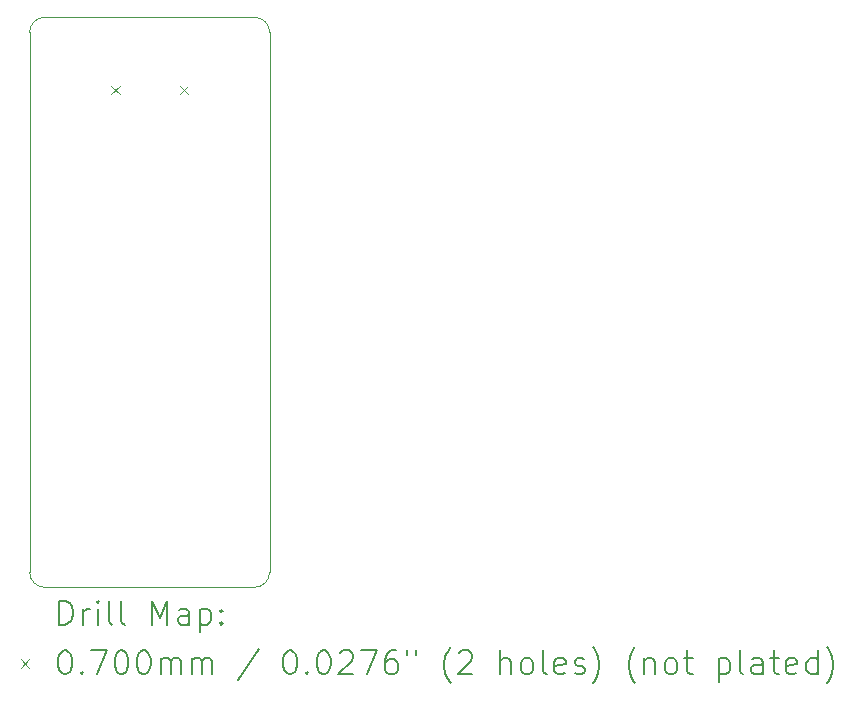
<source format=gbr>
%FSLAX45Y45*%
G04 Gerber Fmt 4.5, Leading zero omitted, Abs format (unit mm)*
G04 Created by KiCad (PCBNEW (6.0.4)) date 2022-04-25 16:49:30*
%MOMM*%
%LPD*%
G01*
G04 APERTURE LIST*
%TA.AperFunction,Profile*%
%ADD10C,0.100000*%
%TD*%
%ADD11C,0.200000*%
%ADD12C,0.070000*%
G04 APERTURE END LIST*
D10*
X13802000Y-2676000D02*
G75*
G03*
X13675000Y-2803000I0J-127000D01*
G01*
X15707000Y-2803000D02*
G75*
G03*
X15580000Y-2676000I-127000J0D01*
G01*
X13675000Y-2803000D02*
X13675000Y-7375000D01*
X15707000Y-7375000D02*
X15707000Y-2803000D01*
X15580000Y-2676000D02*
X13802000Y-2676000D01*
X15580000Y-7502000D02*
G75*
G03*
X15707000Y-7375000I0J127000D01*
G01*
X13675000Y-7375000D02*
G75*
G03*
X13802000Y-7502000I127000J0D01*
G01*
X13802000Y-7502000D02*
X15580000Y-7502000D01*
D11*
D12*
X14367000Y-3260000D02*
X14437000Y-3330000D01*
X14437000Y-3260000D02*
X14367000Y-3330000D01*
X14945000Y-3260000D02*
X15015000Y-3330000D01*
X15015000Y-3260000D02*
X14945000Y-3330000D01*
D11*
X13927619Y-7817476D02*
X13927619Y-7617476D01*
X13975238Y-7617476D01*
X14003809Y-7627000D01*
X14022857Y-7646048D01*
X14032381Y-7665095D01*
X14041905Y-7703190D01*
X14041905Y-7731762D01*
X14032381Y-7769857D01*
X14022857Y-7788905D01*
X14003809Y-7807952D01*
X13975238Y-7817476D01*
X13927619Y-7817476D01*
X14127619Y-7817476D02*
X14127619Y-7684143D01*
X14127619Y-7722238D02*
X14137143Y-7703190D01*
X14146667Y-7693667D01*
X14165714Y-7684143D01*
X14184762Y-7684143D01*
X14251428Y-7817476D02*
X14251428Y-7684143D01*
X14251428Y-7617476D02*
X14241905Y-7627000D01*
X14251428Y-7636524D01*
X14260952Y-7627000D01*
X14251428Y-7617476D01*
X14251428Y-7636524D01*
X14375238Y-7817476D02*
X14356190Y-7807952D01*
X14346667Y-7788905D01*
X14346667Y-7617476D01*
X14480000Y-7817476D02*
X14460952Y-7807952D01*
X14451428Y-7788905D01*
X14451428Y-7617476D01*
X14708571Y-7817476D02*
X14708571Y-7617476D01*
X14775238Y-7760333D01*
X14841905Y-7617476D01*
X14841905Y-7817476D01*
X15022857Y-7817476D02*
X15022857Y-7712714D01*
X15013333Y-7693667D01*
X14994286Y-7684143D01*
X14956190Y-7684143D01*
X14937143Y-7693667D01*
X15022857Y-7807952D02*
X15003809Y-7817476D01*
X14956190Y-7817476D01*
X14937143Y-7807952D01*
X14927619Y-7788905D01*
X14927619Y-7769857D01*
X14937143Y-7750809D01*
X14956190Y-7741286D01*
X15003809Y-7741286D01*
X15022857Y-7731762D01*
X15118095Y-7684143D02*
X15118095Y-7884143D01*
X15118095Y-7693667D02*
X15137143Y-7684143D01*
X15175238Y-7684143D01*
X15194286Y-7693667D01*
X15203809Y-7703190D01*
X15213333Y-7722238D01*
X15213333Y-7779381D01*
X15203809Y-7798428D01*
X15194286Y-7807952D01*
X15175238Y-7817476D01*
X15137143Y-7817476D01*
X15118095Y-7807952D01*
X15299048Y-7798428D02*
X15308571Y-7807952D01*
X15299048Y-7817476D01*
X15289524Y-7807952D01*
X15299048Y-7798428D01*
X15299048Y-7817476D01*
X15299048Y-7693667D02*
X15308571Y-7703190D01*
X15299048Y-7712714D01*
X15289524Y-7703190D01*
X15299048Y-7693667D01*
X15299048Y-7712714D01*
D12*
X13600000Y-8112000D02*
X13670000Y-8182000D01*
X13670000Y-8112000D02*
X13600000Y-8182000D01*
D11*
X13965714Y-8037476D02*
X13984762Y-8037476D01*
X14003809Y-8047000D01*
X14013333Y-8056524D01*
X14022857Y-8075571D01*
X14032381Y-8113667D01*
X14032381Y-8161286D01*
X14022857Y-8199381D01*
X14013333Y-8218428D01*
X14003809Y-8227952D01*
X13984762Y-8237476D01*
X13965714Y-8237476D01*
X13946667Y-8227952D01*
X13937143Y-8218428D01*
X13927619Y-8199381D01*
X13918095Y-8161286D01*
X13918095Y-8113667D01*
X13927619Y-8075571D01*
X13937143Y-8056524D01*
X13946667Y-8047000D01*
X13965714Y-8037476D01*
X14118095Y-8218428D02*
X14127619Y-8227952D01*
X14118095Y-8237476D01*
X14108571Y-8227952D01*
X14118095Y-8218428D01*
X14118095Y-8237476D01*
X14194286Y-8037476D02*
X14327619Y-8037476D01*
X14241905Y-8237476D01*
X14441905Y-8037476D02*
X14460952Y-8037476D01*
X14480000Y-8047000D01*
X14489524Y-8056524D01*
X14499048Y-8075571D01*
X14508571Y-8113667D01*
X14508571Y-8161286D01*
X14499048Y-8199381D01*
X14489524Y-8218428D01*
X14480000Y-8227952D01*
X14460952Y-8237476D01*
X14441905Y-8237476D01*
X14422857Y-8227952D01*
X14413333Y-8218428D01*
X14403809Y-8199381D01*
X14394286Y-8161286D01*
X14394286Y-8113667D01*
X14403809Y-8075571D01*
X14413333Y-8056524D01*
X14422857Y-8047000D01*
X14441905Y-8037476D01*
X14632381Y-8037476D02*
X14651428Y-8037476D01*
X14670476Y-8047000D01*
X14680000Y-8056524D01*
X14689524Y-8075571D01*
X14699048Y-8113667D01*
X14699048Y-8161286D01*
X14689524Y-8199381D01*
X14680000Y-8218428D01*
X14670476Y-8227952D01*
X14651428Y-8237476D01*
X14632381Y-8237476D01*
X14613333Y-8227952D01*
X14603809Y-8218428D01*
X14594286Y-8199381D01*
X14584762Y-8161286D01*
X14584762Y-8113667D01*
X14594286Y-8075571D01*
X14603809Y-8056524D01*
X14613333Y-8047000D01*
X14632381Y-8037476D01*
X14784762Y-8237476D02*
X14784762Y-8104143D01*
X14784762Y-8123190D02*
X14794286Y-8113667D01*
X14813333Y-8104143D01*
X14841905Y-8104143D01*
X14860952Y-8113667D01*
X14870476Y-8132714D01*
X14870476Y-8237476D01*
X14870476Y-8132714D02*
X14880000Y-8113667D01*
X14899048Y-8104143D01*
X14927619Y-8104143D01*
X14946667Y-8113667D01*
X14956190Y-8132714D01*
X14956190Y-8237476D01*
X15051428Y-8237476D02*
X15051428Y-8104143D01*
X15051428Y-8123190D02*
X15060952Y-8113667D01*
X15080000Y-8104143D01*
X15108571Y-8104143D01*
X15127619Y-8113667D01*
X15137143Y-8132714D01*
X15137143Y-8237476D01*
X15137143Y-8132714D02*
X15146667Y-8113667D01*
X15165714Y-8104143D01*
X15194286Y-8104143D01*
X15213333Y-8113667D01*
X15222857Y-8132714D01*
X15222857Y-8237476D01*
X15613333Y-8027952D02*
X15441905Y-8285095D01*
X15870476Y-8037476D02*
X15889524Y-8037476D01*
X15908571Y-8047000D01*
X15918095Y-8056524D01*
X15927619Y-8075571D01*
X15937143Y-8113667D01*
X15937143Y-8161286D01*
X15927619Y-8199381D01*
X15918095Y-8218428D01*
X15908571Y-8227952D01*
X15889524Y-8237476D01*
X15870476Y-8237476D01*
X15851428Y-8227952D01*
X15841905Y-8218428D01*
X15832381Y-8199381D01*
X15822857Y-8161286D01*
X15822857Y-8113667D01*
X15832381Y-8075571D01*
X15841905Y-8056524D01*
X15851428Y-8047000D01*
X15870476Y-8037476D01*
X16022857Y-8218428D02*
X16032381Y-8227952D01*
X16022857Y-8237476D01*
X16013333Y-8227952D01*
X16022857Y-8218428D01*
X16022857Y-8237476D01*
X16156190Y-8037476D02*
X16175238Y-8037476D01*
X16194286Y-8047000D01*
X16203809Y-8056524D01*
X16213333Y-8075571D01*
X16222857Y-8113667D01*
X16222857Y-8161286D01*
X16213333Y-8199381D01*
X16203809Y-8218428D01*
X16194286Y-8227952D01*
X16175238Y-8237476D01*
X16156190Y-8237476D01*
X16137143Y-8227952D01*
X16127619Y-8218428D01*
X16118095Y-8199381D01*
X16108571Y-8161286D01*
X16108571Y-8113667D01*
X16118095Y-8075571D01*
X16127619Y-8056524D01*
X16137143Y-8047000D01*
X16156190Y-8037476D01*
X16299048Y-8056524D02*
X16308571Y-8047000D01*
X16327619Y-8037476D01*
X16375238Y-8037476D01*
X16394286Y-8047000D01*
X16403809Y-8056524D01*
X16413333Y-8075571D01*
X16413333Y-8094619D01*
X16403809Y-8123190D01*
X16289524Y-8237476D01*
X16413333Y-8237476D01*
X16480000Y-8037476D02*
X16613333Y-8037476D01*
X16527619Y-8237476D01*
X16775238Y-8037476D02*
X16737143Y-8037476D01*
X16718095Y-8047000D01*
X16708571Y-8056524D01*
X16689524Y-8085095D01*
X16680000Y-8123190D01*
X16680000Y-8199381D01*
X16689524Y-8218428D01*
X16699048Y-8227952D01*
X16718095Y-8237476D01*
X16756190Y-8237476D01*
X16775238Y-8227952D01*
X16784762Y-8218428D01*
X16794286Y-8199381D01*
X16794286Y-8151762D01*
X16784762Y-8132714D01*
X16775238Y-8123190D01*
X16756190Y-8113667D01*
X16718095Y-8113667D01*
X16699048Y-8123190D01*
X16689524Y-8132714D01*
X16680000Y-8151762D01*
X16870476Y-8037476D02*
X16870476Y-8075571D01*
X16946667Y-8037476D02*
X16946667Y-8075571D01*
X17241905Y-8313667D02*
X17232381Y-8304143D01*
X17213333Y-8275571D01*
X17203810Y-8256524D01*
X17194286Y-8227952D01*
X17184762Y-8180333D01*
X17184762Y-8142238D01*
X17194286Y-8094619D01*
X17203810Y-8066048D01*
X17213333Y-8047000D01*
X17232381Y-8018428D01*
X17241905Y-8008905D01*
X17308571Y-8056524D02*
X17318095Y-8047000D01*
X17337143Y-8037476D01*
X17384762Y-8037476D01*
X17403810Y-8047000D01*
X17413333Y-8056524D01*
X17422857Y-8075571D01*
X17422857Y-8094619D01*
X17413333Y-8123190D01*
X17299048Y-8237476D01*
X17422857Y-8237476D01*
X17660952Y-8237476D02*
X17660952Y-8037476D01*
X17746667Y-8237476D02*
X17746667Y-8132714D01*
X17737143Y-8113667D01*
X17718095Y-8104143D01*
X17689524Y-8104143D01*
X17670476Y-8113667D01*
X17660952Y-8123190D01*
X17870476Y-8237476D02*
X17851429Y-8227952D01*
X17841905Y-8218428D01*
X17832381Y-8199381D01*
X17832381Y-8142238D01*
X17841905Y-8123190D01*
X17851429Y-8113667D01*
X17870476Y-8104143D01*
X17899048Y-8104143D01*
X17918095Y-8113667D01*
X17927619Y-8123190D01*
X17937143Y-8142238D01*
X17937143Y-8199381D01*
X17927619Y-8218428D01*
X17918095Y-8227952D01*
X17899048Y-8237476D01*
X17870476Y-8237476D01*
X18051429Y-8237476D02*
X18032381Y-8227952D01*
X18022857Y-8208905D01*
X18022857Y-8037476D01*
X18203810Y-8227952D02*
X18184762Y-8237476D01*
X18146667Y-8237476D01*
X18127619Y-8227952D01*
X18118095Y-8208905D01*
X18118095Y-8132714D01*
X18127619Y-8113667D01*
X18146667Y-8104143D01*
X18184762Y-8104143D01*
X18203810Y-8113667D01*
X18213333Y-8132714D01*
X18213333Y-8151762D01*
X18118095Y-8170809D01*
X18289524Y-8227952D02*
X18308571Y-8237476D01*
X18346667Y-8237476D01*
X18365714Y-8227952D01*
X18375238Y-8208905D01*
X18375238Y-8199381D01*
X18365714Y-8180333D01*
X18346667Y-8170809D01*
X18318095Y-8170809D01*
X18299048Y-8161286D01*
X18289524Y-8142238D01*
X18289524Y-8132714D01*
X18299048Y-8113667D01*
X18318095Y-8104143D01*
X18346667Y-8104143D01*
X18365714Y-8113667D01*
X18441905Y-8313667D02*
X18451429Y-8304143D01*
X18470476Y-8275571D01*
X18480000Y-8256524D01*
X18489524Y-8227952D01*
X18499048Y-8180333D01*
X18499048Y-8142238D01*
X18489524Y-8094619D01*
X18480000Y-8066048D01*
X18470476Y-8047000D01*
X18451429Y-8018428D01*
X18441905Y-8008905D01*
X18803810Y-8313667D02*
X18794286Y-8304143D01*
X18775238Y-8275571D01*
X18765714Y-8256524D01*
X18756190Y-8227952D01*
X18746667Y-8180333D01*
X18746667Y-8142238D01*
X18756190Y-8094619D01*
X18765714Y-8066048D01*
X18775238Y-8047000D01*
X18794286Y-8018428D01*
X18803810Y-8008905D01*
X18880000Y-8104143D02*
X18880000Y-8237476D01*
X18880000Y-8123190D02*
X18889524Y-8113667D01*
X18908571Y-8104143D01*
X18937143Y-8104143D01*
X18956190Y-8113667D01*
X18965714Y-8132714D01*
X18965714Y-8237476D01*
X19089524Y-8237476D02*
X19070476Y-8227952D01*
X19060952Y-8218428D01*
X19051429Y-8199381D01*
X19051429Y-8142238D01*
X19060952Y-8123190D01*
X19070476Y-8113667D01*
X19089524Y-8104143D01*
X19118095Y-8104143D01*
X19137143Y-8113667D01*
X19146667Y-8123190D01*
X19156190Y-8142238D01*
X19156190Y-8199381D01*
X19146667Y-8218428D01*
X19137143Y-8227952D01*
X19118095Y-8237476D01*
X19089524Y-8237476D01*
X19213333Y-8104143D02*
X19289524Y-8104143D01*
X19241905Y-8037476D02*
X19241905Y-8208905D01*
X19251429Y-8227952D01*
X19270476Y-8237476D01*
X19289524Y-8237476D01*
X19508571Y-8104143D02*
X19508571Y-8304143D01*
X19508571Y-8113667D02*
X19527619Y-8104143D01*
X19565714Y-8104143D01*
X19584762Y-8113667D01*
X19594286Y-8123190D01*
X19603810Y-8142238D01*
X19603810Y-8199381D01*
X19594286Y-8218428D01*
X19584762Y-8227952D01*
X19565714Y-8237476D01*
X19527619Y-8237476D01*
X19508571Y-8227952D01*
X19718095Y-8237476D02*
X19699048Y-8227952D01*
X19689524Y-8208905D01*
X19689524Y-8037476D01*
X19880000Y-8237476D02*
X19880000Y-8132714D01*
X19870476Y-8113667D01*
X19851429Y-8104143D01*
X19813333Y-8104143D01*
X19794286Y-8113667D01*
X19880000Y-8227952D02*
X19860952Y-8237476D01*
X19813333Y-8237476D01*
X19794286Y-8227952D01*
X19784762Y-8208905D01*
X19784762Y-8189857D01*
X19794286Y-8170809D01*
X19813333Y-8161286D01*
X19860952Y-8161286D01*
X19880000Y-8151762D01*
X19946667Y-8104143D02*
X20022857Y-8104143D01*
X19975238Y-8037476D02*
X19975238Y-8208905D01*
X19984762Y-8227952D01*
X20003810Y-8237476D01*
X20022857Y-8237476D01*
X20165714Y-8227952D02*
X20146667Y-8237476D01*
X20108571Y-8237476D01*
X20089524Y-8227952D01*
X20080000Y-8208905D01*
X20080000Y-8132714D01*
X20089524Y-8113667D01*
X20108571Y-8104143D01*
X20146667Y-8104143D01*
X20165714Y-8113667D01*
X20175238Y-8132714D01*
X20175238Y-8151762D01*
X20080000Y-8170809D01*
X20346667Y-8237476D02*
X20346667Y-8037476D01*
X20346667Y-8227952D02*
X20327619Y-8237476D01*
X20289524Y-8237476D01*
X20270476Y-8227952D01*
X20260952Y-8218428D01*
X20251429Y-8199381D01*
X20251429Y-8142238D01*
X20260952Y-8123190D01*
X20270476Y-8113667D01*
X20289524Y-8104143D01*
X20327619Y-8104143D01*
X20346667Y-8113667D01*
X20422857Y-8313667D02*
X20432381Y-8304143D01*
X20451429Y-8275571D01*
X20460952Y-8256524D01*
X20470476Y-8227952D01*
X20480000Y-8180333D01*
X20480000Y-8142238D01*
X20470476Y-8094619D01*
X20460952Y-8066048D01*
X20451429Y-8047000D01*
X20432381Y-8018428D01*
X20422857Y-8008905D01*
M02*

</source>
